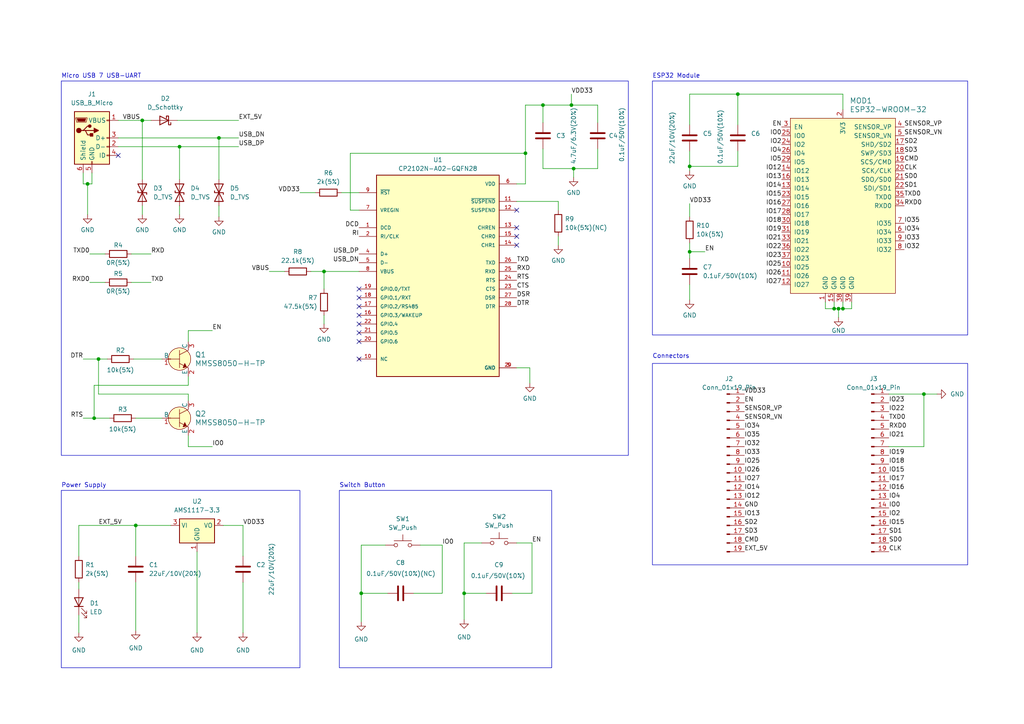
<source format=kicad_sch>
(kicad_sch (version 20230121) (generator eeschema)
  (paper "A4")
  (title_block (title "${project_name}") (date "2023-07-25") (rev "V1.0"))
  (lib_symbols
    (symbol "CP2102N-A02-GQFN28:CP2102N-A02-GQFN28" (pin_names (offset 1.016))
      (property "Reference" "U" (at -17.78 33.02 0))
      (property "Value" "CP2102N-A02-GQFN28" (at -17.78 -33.02 0))
      (symbol "CP2102N-A02-GQFN28_0_0"
        (rectangle (start -17.78 -27.94) (end 17.78 30.48) (stroke (width 0.254)) (fill (type background)))
        (pin input line (at -22.86 15.24 0) (length 5.08) (name "DCD") (number "1"))
        (pin no_connect line (at -22.86 -22.86 0) (length 5.08) (name "NC") (number "10"))
        (pin output line (at 22.86 22.86 180) (length 5.08) (name "~{SUSPEND}") (number "11"))
        (pin output line (at 22.86 20.32 180) (length 5.08) (name "SUSPEND") (number "12"))
        (pin output line (at 22.86 15.24 180) (length 5.08) (name "CHREN") (number "13"))
        (pin output line (at 22.86 10.16 180) (length 5.08) (name "CHR1") (number "14"))
        (pin output line (at 22.86 12.7 180) (length 5.08) (name "CHR0") (number "15"))
        (pin bidirectional line (at -22.86 -10.16 0) (length 5.08) (name "GPIO.3/WAKEUP") (number "16"))
        (pin bidirectional line (at -22.86 -7.62 0) (length 5.08) (name "GPIO.2/RS485") (number "17"))
        (pin bidirectional line (at -22.86 -5.08 0) (length 5.08) (name "GPIO.1/RXT") (number "18"))
        (pin bidirectional line (at -22.86 -2.54 0) (length 5.08) (name "GPIO.0/TXT") (number "19"))
        (pin bidirectional line (at -22.86 12.7 0) (length 5.08) (name "RI/CLK") (number "2"))
        (pin bidirectional line (at -22.86 -17.78 0) (length 5.08) (name "GPIO.6") (number "20"))
        (pin bidirectional line (at -22.86 -15.24 0) (length 5.08) (name "GPIO.5") (number "21"))
        (pin bidirectional line (at -22.86 -12.7 0) (length 5.08) (name "GPIO.4") (number "22"))
        (pin input line (at 22.86 -2.54 180) (length 5.08) (name "CTS") (number "23"))
        (pin output line (at 22.86 0 180) (length 5.08) (name "RTS") (number "24"))
        (pin input line (at 22.86 2.54 180) (length 5.08) (name "RXD") (number "25"))
        (pin output line (at 22.86 5.08 180) (length 5.08) (name "TXD") (number "26"))
        (pin input line (at 22.86 -5.08 180) (length 5.08) (name "DSR") (number "27"))
        (pin output line (at 22.86 -7.62 180) (length 5.08) (name "DTR") (number "28"))
        (pin power_in line (at 22.86 -25.4 180) (length 5.08) (name "GND") (number "29"))
        (pin power_in line (at 22.86 -25.4 180) (length 5.08) (name "GND") (number "3"))
        (pin bidirectional line (at -22.86 7.62 0) (length 5.08) (name "D+") (number "4"))
        (pin bidirectional line (at -22.86 5.08 0) (length 5.08) (name "D-") (number "5"))
        (pin power_in line (at 22.86 27.94 180) (length 5.08) (name "VDD") (number "6"))
        (pin input line (at -22.86 20.32 0) (length 5.08) (name "VREGIN") (number "7"))
        (pin input line (at -22.86 2.54 0) (length 5.08) (name "VBUS") (number "8"))
        (pin input line (at -22.86 25.4 0) (length 5.08) (name "~{RST}") (number "9"))
      )
    )
    (symbol "Connector:Conn_01x19_Pin" (pin_names (offset 1.016) hide)
      (property "Reference" "J" (at 0 25.4 0))
      (property "Value" "Conn_01x19_Pin" (at 0 -25.4 0))
      (symbol "Conn_01x19_Pin_1_1"
        (polyline (pts (xy 1.27 -22.86) (xy 0.8636 -22.86)) (stroke (width 0.1524)))
        (polyline (pts (xy 1.27 -20.32) (xy 0.8636 -20.32)) (stroke (width 0.1524)))
        (polyline (pts (xy 1.27 -17.78) (xy 0.8636 -17.78)) (stroke (width 0.1524)))
        (polyline (pts (xy 1.27 -15.24) (xy 0.8636 -15.24)) (stroke (width 0.1524)))
        (polyline (pts (xy 1.27 -12.7) (xy 0.8636 -12.7)) (stroke (width 0.1524)))
        (polyline (pts (xy 1.27 -10.16) (xy 0.8636 -10.16)) (stroke (width 0.1524)))
        (polyline (pts (xy 1.27 -7.62) (xy 0.8636 -7.62)) (stroke (width 0.1524)))
        (polyline (pts (xy 1.27 -5.08) (xy 0.8636 -5.08)) (stroke (width 0.1524)))
        (polyline (pts (xy 1.27 -2.54) (xy 0.8636 -2.54)) (stroke (width 0.1524)))
        (polyline (pts (xy 1.27 0) (xy 0.8636 0)) (stroke (width 0.1524)))
        (polyline (pts (xy 1.27 2.54) (xy 0.8636 2.54)) (stroke (width 0.1524)))
        (polyline (pts (xy 1.27 5.08) (xy 0.8636 5.08)) (stroke (width 0.1524)))
        (polyline (pts (xy 1.27 7.62) (xy 0.8636 7.62)) (stroke (width 0.1524)))
        (polyline (pts (xy 1.27 10.16) (xy 0.8636 10.16)) (stroke (width 0.1524)))
        (polyline (pts (xy 1.27 12.7) (xy 0.8636 12.7)) (stroke (width 0.1524)))
        (polyline (pts (xy 1.27 15.24) (xy 0.8636 15.24)) (stroke (width 0.1524)))
        (polyline (pts (xy 1.27 17.78) (xy 0.8636 17.78)) (stroke (width 0.1524)))
        (polyline (pts (xy 1.27 20.32) (xy 0.8636 20.32)) (stroke (width 0.1524)))
        (polyline (pts (xy 1.27 22.86) (xy 0.8636 22.86)) (stroke (width 0.1524)))
        (rectangle (start 0.8636 -22.733) (end 0 -22.987) (stroke (width 0.1524)) (fill (type outline)))
        (rectangle (start 0.8636 -20.193) (end 0 -20.447) (stroke (width 0.1524)) (fill (type outline)))
        (rectangle (start 0.8636 -17.653) (end 0 -17.907) (stroke (width 0.1524)) (fill (type outline)))
        (rectangle (start 0.8636 -15.113) (end 0 -15.367) (stroke (width 0.1524)) (fill (type outline)))
        (rectangle (start 0.8636 -12.573) (end 0 -12.827) (stroke (width 0.1524)) (fill (type outline)))
        (rectangle (start 0.8636 -10.033) (end 0 -10.287) (stroke (width 0.1524)) (fill (type outline)))
        (rectangle (start 0.8636 -7.493) (end 0 -7.747) (stroke (width 0.1524)) (fill (type outline)))
        (rectangle (start 0.8636 -4.953) (end 0 -5.207) (stroke (width 0.1524)) (fill (type outline)))
        (rectangle (start 0.8636 -2.413) (end 0 -2.667) (stroke (width 0.1524)) (fill (type outline)))
        (rectangle (start 0.8636 0.127) (end 0 -0.127) (stroke (width 0.1524)) (fill (type outline)))
        (rectangle (start 0.8636 2.667) (end 0 2.413) (stroke (width 0.1524)) (fill (type outline)))
        (rectangle (start 0.8636 5.207) (end 0 4.953) (stroke (width 0.1524)) (fill (type outline)))
        (rectangle (start 0.8636 7.747) (end 0 7.493) (stroke (width 0.1524)) (fill (type outline)))
        (rectangle (start 0.8636 10.287) (end 0 10.033) (stroke (width 0.1524)) (fill (type outline)))
        (rectangle (start 0.8636 12.827) (end 0 12.573) (stroke (width 0.1524)) (fill (type outline)))
        (rectangle (start 0.8636 15.367) (end 0 15.113) (stroke (width 0.1524)) (fill (type outline)))
        (rectangle (start 0.8636 17.907) (end 0 17.653) (stroke (width 0.1524)) (fill (type outline)))
        (rectangle (start 0.8636 20.447) (end 0 20.193) (stroke (width 0.1524)) (fill (type outline)))
        (rectangle (start 0.8636 22.987) (end 0 22.733) (stroke (width 0.1524)) (fill (type outline)))
        (pin passive line (at 5.08 22.86 180) (length 3.81) (name "Pin_1") (number "1"))
        (pin passive line (at 5.08 0 180) (length 3.81) (name "Pin_10") (number "10"))
        (pin passive line (at 5.08 -2.54 180) (length 3.81) (name "Pin_11") (number "11"))
        (pin passive line (at 5.08 -5.08 180) (length 3.81) (name "Pin_12") (number "12"))
        (pin passive line (at 5.08 -7.62 180) (length 3.81) (name "Pin_13") (number "13"))
        (pin passive line (at 5.08 -10.16 180) (length 3.81) (name "Pin_14") (number "14"))
        (pin passive line (at 5.08 -12.7 180) (length 3.81) (name "Pin_15") (number "15"))
        (pin passive line (at 5.08 -15.24 180) (length 3.81) (name "Pin_16") (number "16"))
        (pin passive line (at 5.08 -17.78 180) (length 3.81) (name "Pin_17") (number "17"))
        (pin passive line (at 5.08 -20.32 180) (length 3.81) (name "Pin_18") (number "18"))
        (pin passive line (at 5.08 -22.86 180) (length 3.81) (name "Pin_19") (number "19"))
        (pin passive line (at 5.08 20.32 180) (length 3.81) (name "Pin_2") (number "2"))
        (pin passive line (at 5.08 17.78 180) (length 3.81) (name "Pin_3") (number "3"))
        (pin passive line (at 5.08 15.24 180) (length 3.81) (name "Pin_4") (number "4"))
        (pin passive line (at 5.08 12.7 180) (length 3.81) (name "Pin_5") (number "5"))
        (pin passive line (at 5.08 10.16 180) (length 3.81) (name "Pin_6") (number "6"))
        (pin passive line (at 5.08 7.62 180) (length 3.81) (name "Pin_7") (number "7"))
        (pin passive line (at 5.08 5.08 180) (length 3.81) (name "Pin_8") (number "8"))
        (pin passive line (at 5.08 2.54 180) (length 3.81) (name "Pin_9") (number "9"))
      )
    )
    (symbol "Connector:USB_B_Micro" (pin_names (offset 1.016))
      (property "Reference" "J" (at -5.08 11.43 0))
      (property "Value" "USB_B_Micro" (at -5.08 8.89 0))
      (symbol "USB_B_Micro_0_1"
        (rectangle (start -5.08 -7.62) (end 5.08 7.62) (stroke (width 0.254)) (fill (type background)))
        (circle (center -3.81 2.159) (radius 0.635) (stroke (width 0.254)) (fill (type outline)))
        (circle (center -0.635 3.429) (radius 0.381) (stroke (width 0.254)) (fill (type outline)))
        (rectangle (start -0.127 -7.62) (end 0.127 -6.858))
        (polyline (pts (xy -1.905 2.159) (xy 0.635 2.159)) (stroke (width 0.254)))
        (polyline (pts (xy -3.175 2.159) (xy -2.54 2.159) (xy -1.27 3.429) (xy -0.635 3.429)) (stroke (width 0.254)))
        (polyline (pts (xy -2.54 2.159) (xy -1.905 2.159) (xy -1.27 0.889) (xy 0 0.889)) (stroke (width 0.254)))
        (polyline (pts (xy 0.635 2.794) (xy 0.635 1.524) (xy 1.905 2.159) (xy 0.635 2.794)) (stroke (width 0.254)) (fill (type outline)))
        (polyline (pts (xy -4.318 5.588) (xy -1.778 5.588) (xy -2.032 4.826) (xy -4.064 4.826) (xy -4.318 5.588)) (fill (type outline)))
        (polyline (pts (xy -4.699 5.842) (xy -4.699 5.588) (xy -4.445 4.826) (xy -4.445 4.572) (xy -1.651 4.572) (xy -1.651 4.826) (xy -1.397 5.588) (xy -1.397 5.842) (xy -4.699 5.842)))
        (rectangle (start 0.254 1.27) (end -0.508 0.508) (stroke (width 0.254)) (fill (type outline)))
        (rectangle (start 5.08 -5.207) (end 4.318 -4.953))
        (rectangle (start 5.08 -2.667) (end 4.318 -2.413))
        (rectangle (start 5.08 -0.127) (end 4.318 0.127))
        (rectangle (start 5.08 4.953) (end 4.318 5.207))
      )
      (symbol "USB_B_Micro_1_1"
        (pin power_out line (at 7.62 5.08 180) (length 2.54) (name "VBUS") (number "1"))
        (pin bidirectional line (at 7.62 -2.54 180) (length 2.54) (name "D-") (number "2"))
        (pin bidirectional line (at 7.62 0 180) (length 2.54) (name "D+") (number "3"))
        (pin passive line (at 7.62 -5.08 180) (length 2.54) (name "ID") (number "4"))
        (pin power_out line (at 0 -10.16 90) (length 2.54) (name "GND") (number "5"))
        (pin passive line (at -2.54 -10.16 90) (length 2.54) (name "Shield") (number "6"))
      )
    )
    (symbol "Device:C" (pin_numbers hide) (pin_names (offset 0.254))
      (property "Reference" "C" (at 0.635 2.54 0))
      (property "Value" "C" (at 0.635 -2.54 0))
      (symbol "C_0_1"
        (polyline (pts (xy -2.032 -0.762) (xy 2.032 -0.762)) (stroke (width 0.508)))
        (polyline (pts (xy -2.032 0.762) (xy 2.032 0.762)) (stroke (width 0.508)))
      )
      (symbol "C_1_1"
        (pin passive line (at 0 3.81 270) (length 2.794) (name "~") (number "1"))
        (pin passive line (at 0 -3.81 90) (length 2.794) (name "~") (number "2"))
      )
    )
    (symbol "Device:D_Schottky" (pin_numbers hide) (pin_names (offset 1.016) hide)
      (property "Reference" "D" (at 0 2.54 0))
      (property "Value" "D_Schottky" (at 0 -2.54 0))
      (symbol "D_Schottky_0_1"
        (polyline (pts (xy 1.27 0) (xy -1.27 0)))
        (polyline (pts (xy 1.27 1.27) (xy 1.27 -1.27) (xy -1.27 0) (xy 1.27 1.27)) (stroke (width 0.254)))
        (polyline (pts (xy -1.905 0.635) (xy -1.905 1.27) (xy -1.27 1.27) (xy -1.27 -1.27) (xy -0.635 -1.27) (xy -0.635 -0.635)) (stroke (width 0.254)))
      )
      (symbol "D_Schottky_1_1"
        (pin passive line (at -3.81 0 0) (length 2.54) (name "K") (number "1"))
        (pin passive line (at 3.81 0 180) (length 2.54) (name "A") (number "2"))
      )
    )
    (symbol "Device:D_TVS" (pin_numbers hide) (pin_names (offset 1.016) hide)
      (property "Reference" "D" (at 0 2.54 0))
      (property "Value" "D_TVS" (at 0 -2.54 0))
      (symbol "D_TVS_0_1"
        (polyline (pts (xy 1.27 0) (xy -1.27 0)))
        (polyline (pts (xy 0.508 1.27) (xy 0 1.27) (xy 0 -1.27) (xy -0.508 -1.27)) (stroke (width 0.254)))
        (polyline (pts (xy -2.54 1.27) (xy -2.54 -1.27) (xy 2.54 1.27) (xy 2.54 -1.27) (xy -2.54 1.27)) (stroke (width 0.254)))
      )
      (symbol "D_TVS_1_1"
        (pin passive line (at -3.81 0 0) (length 2.54) (name "A1") (number "1"))
        (pin passive line (at 3.81 0 180) (length 2.54) (name "A2") (number "2"))
      )
    )
    (symbol "Device:LED" (pin_numbers hide) (pin_names (offset 1.016) hide)
      (property "Reference" "D" (at 0 2.54 0))
      (property "Value" "LED" (at 0 -2.54 0))
      (symbol "LED_0_1"
        (polyline (pts (xy -1.27 -1.27) (xy -1.27 1.27)) (stroke (width 0.254)))
        (polyline (pts (xy -1.27 0) (xy 1.27 0)))
        (polyline (pts (xy 1.27 -1.27) (xy 1.27 1.27) (xy -1.27 0) (xy 1.27 -1.27)) (stroke (width 0.254)))
        (polyline (pts (xy -3.048 -0.762) (xy -4.572 -2.286) (xy -3.81 -2.286) (xy -4.572 -2.286) (xy -4.572 -1.524)))
        (polyline (pts (xy -1.778 -0.762) (xy -3.302 -2.286) (xy -2.54 -2.286) (xy -3.302 -2.286) (xy -3.302 -1.524)))
      )
      (symbol "LED_1_1"
        (pin passive line (at -3.81 0 0) (length 2.54) (name "K") (number "1"))
        (pin passive line (at 3.81 0 180) (length 2.54) (name "A") (number "2"))
      )
    )
    (symbol "Device:R" (pin_numbers hide) (pin_names (offset 0))
      (property "Reference" "R" (at 2.032 0 90))
      (property "Value" "R" (at 0 0 90))
      (symbol "R_0_1"
        (rectangle (start -1.016 -2.54) (end 1.016 2.54) (stroke (width 0.254)))
      )
      (symbol "R_1_1"
        (pin passive line (at 0 3.81 270) (length 1.27) (name "~") (number "1"))
        (pin passive line (at 0 -3.81 90) (length 1.27) (name "~") (number "2"))
      )
    )
    (symbol "Regulator_Linear:AMS1117-3.3"
      (property "Reference" "U" (at -3.81 3.175 0))
      (property "Value" "AMS1117-3.3" (at 0 3.175 0))
      (symbol "AMS1117-3.3_0_1"
        (rectangle (start -5.08 -5.08) (end 5.08 1.905) (stroke (width 0.254)) (fill (type background)))
      )
      (symbol "AMS1117-3.3_1_1"
        (pin power_in line (at 0 -7.62 90) (length 2.54) (name "GND") (number "1"))
        (pin power_out line (at 7.62 0 180) (length 2.54) (name "VO") (number "2"))
        (pin power_in line (at -7.62 0 0) (length 2.54) (name "VI") (number "3"))
      )
    )
    (symbol "Switch:SW_Push" (pin_numbers hide) (pin_names (offset 1.016) hide)
      (property "Reference" "SW" (at 1.27 2.54 0))
      (property "Value" "SW_Push" (at 0 -1.524 0))
      (symbol "SW_Push_0_1"
        (circle (center -2.032 0) (radius 0.508))
        (polyline (pts (xy 0 1.27) (xy 0 3.048)))
        (polyline (pts (xy 2.54 1.27) (xy -2.54 1.27)))
        (circle (center 2.032 0) (radius 0.508))
        (pin passive line (at -5.08 0 0) (length 2.54) (name "1") (number "1"))
        (pin passive line (at 5.08 0 180) (length 2.54) (name "2") (number "2"))
      )
    )
    (symbol "dk_RF-Transceiver-Modules:ESP32-WROOM-32" (pin_names (offset 1.016))
      (property "Reference" "MOD" (at -10.16 1.27 0))
      (property "Value" "ESP32-WROOM-32" (at 5.08 -25.4 90))
      (symbol "ESP32-WROOM-32_0_1"
        (rectangle (start -10.16 0) (end 20.32 -50.8) (fill (type background)))
      )
      (symbol "ESP32-WROOM-32_1_1"
        (pin power_in line (at 0 -53.34 90) (length 2.54) (name "GND") (number "1"))
        (pin bidirectional line (at -12.7 -43.18 0) (length 2.54) (name "IO25") (number "10"))
        (pin bidirectional line (at -12.7 -45.72 0) (length 2.54) (name "IO26") (number "11"))
        (pin bidirectional line (at -12.7 -48.26 0) (length 2.54) (name "IO27") (number "12"))
        (pin bidirectional line (at -12.7 -20.32 0) (length 2.54) (name "IO14") (number "13"))
        (pin bidirectional line (at -12.7 -15.24 0) (length 2.54) (name "IO12") (number "14"))
        (pin power_in line (at 2.54 -53.34 90) (length 2.54) (name "GND") (number "15"))
        (pin bidirectional line (at -12.7 -17.78 0) (length 2.54) (name "IO13") (number "16"))
        (pin bidirectional line (at 22.86 -7.62 180) (length 2.54) (name "SHD/SD2") (number "17"))
        (pin bidirectional line (at 22.86 -10.16 180) (length 2.54) (name "SWP/SD3") (number "18"))
        (pin bidirectional line (at 22.86 -12.7 180) (length 2.54) (name "SCS/CMD") (number "19"))
        (pin power_in line (at 5.08 2.54 270) (length 2.54) (name "3V3") (number "2"))
        (pin bidirectional line (at 22.86 -15.24 180) (length 2.54) (name "SCK/CLK") (number "20"))
        (pin bidirectional line (at 22.86 -17.78 180) (length 2.54) (name "SDO/SD0") (number "21"))
        (pin bidirectional line (at 22.86 -20.32 180) (length 2.54) (name "SDI/SD1") (number "22"))
        (pin bidirectional line (at -12.7 -22.86 0) (length 2.54) (name "IO15") (number "23"))
        (pin bidirectional line (at -12.7 -7.62 0) (length 2.54) (name "IO2") (number "24"))
        (pin bidirectional line (at -12.7 -5.08 0) (length 2.54) (name "IO0") (number "25"))
        (pin bidirectional line (at -12.7 -10.16 0) (length 2.54) (name "IO4") (number "26"))
        (pin bidirectional line (at -12.7 -25.4 0) (length 2.54) (name "IO16") (number "27"))
        (pin bidirectional line (at -12.7 -27.94 0) (length 2.54) (name "IO17") (number "28"))
        (pin bidirectional line (at -12.7 -12.7 0) (length 2.54) (name "IO5") (number "29"))
        (pin input line (at -12.7 -2.54 0) (length 2.54) (name "EN") (number "3"))
        (pin bidirectional line (at -12.7 -30.48 0) (length 2.54) (name "IO18") (number "30"))
        (pin bidirectional line (at -12.7 -33.02 0) (length 2.54) (name "IO19") (number "31"))
        (pin no_connect line (at 20.32 -43.18 180) (length 2.54) hide (name "NC") (number "32"))
        (pin bidirectional line (at -12.7 -35.56 0) (length 2.54) (name "IO21") (number "33"))
        (pin bidirectional line (at 22.86 -25.4 180) (length 2.54) (name "RXD0") (number "34"))
        (pin bidirectional line (at 22.86 -22.86 180) (length 2.54) (name "TXD0") (number "35"))
        (pin bidirectional line (at -12.7 -38.1 0) (length 2.54) (name "IO22") (number "36"))
        (pin bidirectional line (at -12.7 -40.64 0) (length 2.54) (name "IO23") (number "37"))
        (pin power_in line (at 5.08 -53.34 90) (length 2.54) (name "GND") (number "38"))
        (pin power_in line (at 7.62 -53.34 90) (length 2.54) (name "GND") (number "39"))
        (pin input line (at 22.86 -2.54 180) (length 2.54) (name "SENSOR_VP") (number "4"))
        (pin input line (at 22.86 -5.08 180) (length 2.54) (name "SENSOR_VN") (number "5"))
        (pin bidirectional line (at 22.86 -33.02 180) (length 2.54) (name "IO34") (number "6"))
        (pin bidirectional line (at 22.86 -30.48 180) (length 2.54) (name "IO35") (number "7"))
        (pin bidirectional line (at 22.86 -38.1 180) (length 2.54) (name "IO32") (number "8"))
        (pin bidirectional line (at 22.86 -35.56 180) (length 2.54) (name "IO33") (number "9"))
      )
    )
    (symbol "dk_Transistors-Bipolar-BJT-Single:MMSS8050-H-TP" (pin_names (offset 0))
      (property "Reference" "Q" (at -3.2004 4.2164 0))
      (property "Value" "MMSS8050-H-TP" (at 5.2324 0 90))
      (symbol "MMSS8050-H-TP_0_1"
        (polyline (pts (xy -3.81 0) (xy -2.54 0)))
        (polyline (pts (xy -3.556 0) (xy 0 0)))
        (polyline (pts (xy 0 -1.27) (xy 2.54 -2.54)))
        (polyline (pts (xy 0 1.27) (xy 2.54 2.54)))
        (polyline (pts (xy 0 2.54) (xy 0 -2.54)))
        (polyline (pts (xy 1.524 -1.27) (xy 2.032 -2.286) (xy 1.016 -2.54) (xy 1.524 -1.27)) (fill (type outline)))
        (circle (center 0 0) (radius 3.2512) (fill (type background)))
      )
      (symbol "MMSS8050-H-TP_1_1"
        (pin input line (at -5.08 0 0) (length 2.54) (name "B") (number "1"))
        (pin passive line (at 2.54 -5.08 90) (length 2.54) (name "E") (number "2"))
        (pin passive line (at 2.54 5.08 270) (length 2.54) (name "C") (number "3"))
      )
    )
    (symbol "power:GND" (power) (pin_names (offset 0))
      (property "Value" "GND" (at 0 -3.81 0))
      (symbol "GND_0_1"
        (polyline (pts (xy 0 0) (xy 0 -1.27) (xy 1.27 -1.27) (xy 0 -2.54) (xy -1.27 -1.27) (xy 0 -1.27)))
      )
      (symbol "GND_1_1"
        (pin power_in line (at 0 0 270) (length 0) hide (name "GND") (number "1"))
      )
    )
  )
  (junction (at 52.07 42.545))
  (junction (at 63.5 40.005))
  (junction (at 25.4 53.34))
  (junction (at 134.62 172.085))
  (junction (at 213.995 27.305))
  (junction (at 157.48 30.48))
  (junction (at 200.025 73.025))
  (junction (at 152.4 44.45))
  (junction (at 166.37 48.895))
  (junction (at 243.205 89.535))
  (junction (at 241.935 89.535))
  (junction (at 41.275 34.925))
  (junction (at 200.025 48.26))
  (junction (at 104.775 172.085))
  (junction (at 93.98 78.74))
  (junction (at 39.37 152.4))
  (junction (at 267.97 114.3))
  (junction (at 165.735 30.48))
  (junction (at 244.475 89.535))
  (junction (at 28.575 104.14))
  (junction (at 27.305 121.285))
  (no_connect (at 104.14 99.06))
  (no_connect (at 149.86 68.58))
  (no_connect (at 104.14 86.36))
  (no_connect (at 149.86 71.12))
  (no_connect (at 149.86 66.04))
  (no_connect (at 104.14 91.44))
  (no_connect (at 104.14 96.52))
  (no_connect (at 149.86 60.96))
  (no_connect (at 104.14 83.82))
  (no_connect (at 34.29 45.085))
  (no_connect (at 104.14 93.98))
  (no_connect (at 104.14 88.9))
  (no_connect (at 104.14 104.14))
  (wire (pts (xy 101.6 60.96) (xy 101.6 44.45)))
  (wire (pts (xy 213.995 27.305) (xy 213.995 36.195)))
  (wire (pts (xy 54.61 126.365) (xy 54.61 129.54)))
  (wire (pts (xy 121.92 158.115) (xy 128.27 158.115)))
  (wire (pts (xy 54.61 109.22) (xy 54.61 111.76)))
  (wire (pts (xy 39.37 121.285) (xy 46.99 121.285)))
  (wire (pts (xy 93.98 78.74) (xy 104.14 78.74)))
  (wire (pts (xy 152.4 44.45) (xy 152.4 53.34)))
  (wire (pts (xy 57.15 160.02) (xy 57.15 183.515)))
  (wire (pts (xy 39.37 168.91) (xy 39.37 182.88)))
  (wire (pts (xy 267.97 129.54) (xy 267.97 114.3)))
  (wire (pts (xy 149.86 157.48) (xy 154.305 157.48)))
  (wire (pts (xy 27.305 111.76) (xy 27.305 121.285)))
  (wire (pts (xy 134.62 172.085) (xy 134.62 179.705)))
  (wire (pts (xy 241.935 87.63) (xy 241.935 89.535)))
  (wire (pts (xy 24.13 121.285) (xy 27.305 121.285)))
  (wire (pts (xy 34.29 40.005) (xy 63.5 40.005)))
  (wire (pts (xy 93.98 78.74) (xy 93.98 83.82)))
  (wire (pts (xy 243.205 89.535) (xy 243.205 92.075)))
  (wire (pts (xy 28.575 104.14) (xy 31.115 104.14)))
  (wire (pts (xy 90.17 78.74) (xy 93.98 78.74)))
  (wire (pts (xy 157.48 35.56) (xy 157.48 30.48)))
  (wire (pts (xy 38.1 81.915) (xy 43.815 81.915)))
  (wire (pts (xy 241.935 89.535) (xy 243.205 89.535)))
  (wire (pts (xy 54.61 129.54) (xy 61.595 129.54)))
  (wire (pts (xy 34.29 42.545) (xy 52.07 42.545)))
  (wire (pts (xy 165.735 30.48) (xy 173.355 30.48)))
  (wire (pts (xy 200.025 73.025) (xy 200.025 74.93)))
  (wire (pts (xy 200.025 59.055) (xy 200.025 62.865)))
  (wire (pts (xy 22.86 168.91) (xy 22.86 170.815)))
  (wire (pts (xy 154.305 157.48) (xy 154.305 172.085)))
  (wire (pts (xy 24.13 104.14) (xy 28.575 104.14)))
  (wire (pts (xy 200.025 48.26) (xy 200.025 49.53)))
  (wire (pts (xy 104.775 158.115) (xy 104.775 172.085)))
  (wire (pts (xy 213.995 43.815) (xy 213.995 48.26)))
  (wire (pts (xy 63.5 59.69) (xy 63.5 62.865)))
  (wire (pts (xy 166.37 48.895) (xy 157.48 48.895)))
  (wire (pts (xy 244.475 27.305) (xy 213.995 27.305)))
  (wire (pts (xy 63.5 40.005) (xy 63.5 52.07)))
  (wire (pts (xy 166.37 48.895) (xy 166.37 51.435)))
  (wire (pts (xy 41.275 34.925) (xy 41.275 52.07)))
  (wire (pts (xy 153.67 106.68) (xy 153.67 111.125)))
  (wire (pts (xy 239.395 87.63) (xy 239.395 89.535)))
  (wire (pts (xy 22.86 178.435) (xy 22.86 183.515)))
  (wire (pts (xy 63.5 40.005) (xy 69.215 40.005)))
  (wire (pts (xy 152.4 44.45) (xy 152.4 30.48)))
  (wire (pts (xy 26.035 73.66) (xy 30.48 73.66)))
  (wire (pts (xy 38.735 104.14) (xy 46.99 104.14)))
  (wire (pts (xy 104.775 172.085) (xy 112.395 172.085)))
  (wire (pts (xy 267.97 114.3) (xy 271.78 114.3)))
  (wire (pts (xy 78.105 78.74) (xy 82.55 78.74)))
  (wire (pts (xy 51.435 34.925) (xy 69.215 34.925)))
  (wire (pts (xy 54.61 95.885) (xy 61.595 95.885)))
  (wire (pts (xy 154.305 172.085) (xy 148.59 172.085)))
  (wire (pts (xy 26.67 53.34) (xy 26.67 50.165)))
  (wire (pts (xy 243.205 89.535) (xy 244.475 89.535)))
  (wire (pts (xy 257.81 114.3) (xy 267.97 114.3)))
  (wire (pts (xy 54.61 116.205) (xy 54.61 114.3)))
  (wire (pts (xy 28.575 114.3) (xy 28.575 104.14)))
  (wire (pts (xy 200.025 82.55) (xy 200.025 86.995)))
  (wire (pts (xy 54.61 114.3) (xy 28.575 114.3)))
  (wire (pts (xy 34.29 34.925) (xy 41.275 34.925)))
  (wire (pts (xy 64.77 152.4) (xy 70.485 152.4)))
  (wire (pts (xy 70.485 168.91) (xy 70.485 183.515)))
  (wire (pts (xy 244.475 87.63) (xy 244.475 89.535)))
  (wire (pts (xy 54.61 111.76) (xy 27.305 111.76)))
  (wire (pts (xy 152.4 30.48) (xy 157.48 30.48)))
  (wire (pts (xy 93.98 91.44) (xy 93.98 93.98)))
  (wire (pts (xy 99.06 55.88) (xy 104.14 55.88)))
  (wire (pts (xy 161.925 58.42) (xy 161.925 60.96)))
  (wire (pts (xy 213.995 48.26) (xy 200.025 48.26)))
  (wire (pts (xy 139.7 157.48) (xy 134.62 157.48)))
  (wire (pts (xy 128.27 158.115) (xy 128.27 172.085)))
  (wire (pts (xy 39.37 152.4) (xy 39.37 161.29)))
  (wire (pts (xy 134.62 172.085) (xy 140.97 172.085)))
  (wire (pts (xy 173.355 48.895) (xy 166.37 48.895)))
  (wire (pts (xy 200.025 73.025) (xy 204.47 73.025)))
  (wire (pts (xy 52.07 59.69) (xy 52.07 62.23)))
  (wire (pts (xy 54.61 99.06) (xy 54.61 95.885)))
  (wire (pts (xy 173.355 43.18) (xy 173.355 48.895)))
  (wire (pts (xy 200.025 27.305) (xy 200.025 36.195)))
  (wire (pts (xy 26.035 81.915) (xy 30.48 81.915)))
  (wire (pts (xy 120.015 172.085) (xy 128.27 172.085)))
  (wire (pts (xy 22.86 152.4) (xy 22.86 161.29)))
  (wire (pts (xy 24.13 53.34) (xy 25.4 53.34)))
  (wire (pts (xy 38.1 73.66) (xy 43.815 73.66)))
  (wire (pts (xy 52.07 42.545) (xy 52.07 52.07)))
  (wire (pts (xy 165.735 27.305) (xy 165.735 30.48)))
  (wire (pts (xy 86.995 55.88) (xy 91.44 55.88)))
  (wire (pts (xy 200.025 43.815) (xy 200.025 48.26)))
  (wire (pts (xy 49.53 152.4) (xy 39.37 152.4)))
  (wire (pts (xy 149.86 58.42) (xy 161.925 58.42)))
  (wire (pts (xy 173.355 30.48) (xy 173.355 35.56)))
  (wire (pts (xy 200.025 70.485) (xy 200.025 73.025)))
  (wire (pts (xy 247.015 89.535) (xy 247.015 87.63)))
  (wire (pts (xy 111.76 158.115) (xy 104.775 158.115)))
  (wire (pts (xy 244.475 89.535) (xy 247.015 89.535)))
  (wire (pts (xy 104.14 60.96) (xy 101.6 60.96)))
  (wire (pts (xy 24.13 50.165) (xy 24.13 53.34)))
  (wire (pts (xy 257.81 129.54) (xy 267.97 129.54)))
  (wire (pts (xy 239.395 89.535) (xy 241.935 89.535)))
  (wire (pts (xy 101.6 44.45) (xy 152.4 44.45)))
  (wire (pts (xy 41.275 59.69) (xy 41.275 62.23)))
  (wire (pts (xy 213.995 27.305) (xy 200.025 27.305)))
  (wire (pts (xy 25.4 53.34) (xy 26.67 53.34)))
  (wire (pts (xy 244.475 31.75) (xy 244.475 27.305)))
  (wire (pts (xy 104.775 172.085) (xy 104.775 180.34)))
  (wire (pts (xy 157.48 48.895) (xy 157.48 43.18)))
  (wire (pts (xy 134.62 157.48) (xy 134.62 172.085)))
  (wire (pts (xy 39.37 152.4) (xy 22.86 152.4)))
  (wire (pts (xy 52.07 42.545) (xy 69.215 42.545)))
  (wire (pts (xy 25.4 53.34) (xy 25.4 62.23)))
  (wire (pts (xy 161.925 68.58) (xy 161.925 71.12)))
  (wire (pts (xy 149.86 106.68) (xy 153.67 106.68)))
  (wire (pts (xy 27.305 121.285) (xy 31.75 121.285)))
  (wire (pts (xy 149.86 53.34) (xy 152.4 53.34)))
  (wire (pts (xy 157.48 30.48) (xy 165.735 30.48)))
  (wire (pts (xy 41.275 34.925) (xy 43.815 34.925)))
  (wire (pts (xy 70.485 152.4) (xy 70.485 161.29)))
  (rectangle (start 17.78 23.495) (end 182.245 132.08))
  (rectangle (start 17.78 142.24) (end 86.995 193.675))
  (rectangle (start 98.425 142.24) (end 160.02 193.675))
  (rectangle (start 189.23 105.41) (end 280.67 163.83))
  (rectangle (start 189.23 23.495) (end 280.67 97.155))
  (text "Connectors" (at 189.23 104.14 0) (effects (font (size 1.27 1.27)) (justify left bottom)))
  (text "Micro USB 7 USB-UART" (at 17.78 22.86 0) (effects (font (size 1.27 1.27)) (justify left bottom)))
  (text "ESP32 Module" (at 189.23 22.86 0) (effects (font (size 1.27 1.27)) (justify left bottom)))
  (text "Switch Button" (at 98.425 141.605 0) (effects (font (size 1.27 1.27)) (justify left bottom)))
  (text "Power Supply" (at 17.78 141.605 0) (effects (font (size 1.27 1.27)) (justify left bottom)))
  (label "USB_DN" (at 69.215 40.005 0))
  (label "SD2" (at 215.9 152.4 0))
  (label "USB_DP" (at 69.215 42.545 0))
  (label "IO13" (at 226.695 52.07 180))
  (label "IO0" (at 257.81 147.32 0))
  (label "IO26" (at 226.695 80.01 180))
  (label "IO2" (at 257.81 149.86 0))
  (label "IO12" (at 226.695 49.53 180))
  (label "SD1" (at 262.255 54.61 0))
  (label "TXD" (at 43.815 81.915 0))
  (label "EN" (at 204.47 73.025 0))
  (label "SD0" (at 262.255 52.07 0))
  (label "IO5" (at 226.695 46.99 180))
  (label "IO2" (at 226.695 41.91 180))
  (label "RXD0" (at 262.255 59.69 0))
  (label "TXD" (at 149.86 76.2 0))
  (label "EN" (at 226.695 36.83 180))
  (label "IO18" (at 257.81 134.62 0))
  (label "IO32" (at 262.255 72.39 0))
  (label "IO21" (at 257.81 127 0))
  (label "IO15" (at 257.81 137.16 0))
  (label "IO23" (at 226.695 74.93 180))
  (label "IO16" (at 257.81 142.24 0))
  (label "IO14" (at 215.9 142.24 0))
  (label "SD3" (at 262.255 44.45 0))
  (label "EXT_5V" (at 69.215 34.925 0))
  (label "IO35" (at 215.9 127 0))
  (label "VBUS" (at 35.56 34.925 0))
  (label "GND" (at 215.9 147.32 0))
  (label "SENSOR_VN" (at 262.255 39.37 0))
  (label "CTS" (at 149.86 83.82 0))
  (label "VDD33" (at 215.9 114.3 0))
  (label "EN" (at 154.305 157.48 0))
  (label "DSR" (at 149.86 86.36 0))
  (label "RXD0" (at 257.81 124.46 0))
  (label "IO27" (at 215.9 139.7 0))
  (label "IO21" (at 226.695 69.85 180))
  (label "USB_DP" (at 104.14 73.66 180))
  (label "IO25" (at 215.9 134.62 0))
  (label "EN" (at 215.9 116.84 0))
  (label "IO23" (at 257.81 116.84 0))
  (label "IO27" (at 226.695 82.55 180))
  (label "DTR" (at 24.13 104.14 180))
  (label "IO22" (at 226.695 72.39 180))
  (label "VDD33" (at 200.025 59.055 0))
  (label "IO17" (at 257.81 139.7 0))
  (label "IO15" (at 226.695 57.15 180))
  (label "VDD33" (at 70.485 152.4 0))
  (label "IO32" (at 215.9 129.54 0))
  (label "IO25" (at 226.695 77.47 180))
  (label "SD0" (at 257.81 157.48 0))
  (label "IO4" (at 226.695 44.45 180))
  (label "VDD33" (at 86.995 55.88 180))
  (label "IO16" (at 226.695 59.69 180))
  (label "IO26" (at 215.9 137.16 0))
  (label "IO19" (at 257.81 132.08 0))
  (label "SENSOR_VN" (at 215.9 121.92 0))
  (label "TXD0" (at 257.81 121.92 0))
  (label "IO17" (at 226.695 62.23 180))
  (label "TXD0" (at 262.255 57.15 0))
  (label "IO15" (at 257.81 152.4 0))
  (label "VBUS" (at 78.105 78.74 180))
  (label "SENSOR_VP" (at 262.255 36.83 0))
  (label "IO33" (at 215.9 132.08 0))
  (label "USB_DN" (at 104.14 76.2 180))
  (label "EXT_5V" (at 215.9 160.02 0))
  (label "RXD" (at 149.86 78.74 0))
  (label "SD3" (at 215.9 154.94 0))
  (label "RXD0" (at 26.035 81.915 180))
  (label "RTS" (at 24.13 121.285 180))
  (label "EXT_5V" (at 28.575 152.4 0))
  (label "IO33" (at 262.255 69.85 0))
  (label "IO4" (at 257.81 144.78 0))
  (label "RI" (at 104.14 68.58 180))
  (label "CMD" (at 215.9 157.48 0))
  (label "IO34" (at 215.9 124.46 0))
  (label "IO34" (at 262.255 67.31 0))
  (label "IO12" (at 215.9 144.78 0))
  (label "SD2" (at 262.255 41.91 0))
  (label "DCD" (at 104.14 66.04 180))
  (label "CLK" (at 262.255 49.53 0))
  (label "IO0" (at 61.595 129.54 0))
  (label "CLK" (at 257.81 160.02 0))
  (label "DTR" (at 149.86 88.9 0))
  (label "EN" (at 61.595 95.885 0))
  (label "RTS" (at 149.86 81.28 0))
  (label "IO0" (at 226.695 39.37 180))
  (label "IO35" (at 262.255 64.77 0))
  (label "IO22" (at 257.81 119.38 0))
  (label "SD1" (at 257.81 154.94 0))
  (label "CMD" (at 262.255 46.99 0))
  (label "IO19" (at 226.695 67.31 180))
  (label "IO13" (at 215.9 149.86 0))
  (label "VDD33" (at 165.735 27.305 0))
  (label "RXD" (at 43.815 73.66 0))
  (label "TXD0" (at 26.035 73.66 180))
  (label "IO18" (at 226.695 64.77 180))
  (label "SENSOR_VP" (at 215.9 119.38 0))
  (label "IO0" (at 128.27 158.115 0))
  (label "IO14" (at 226.695 54.61 180))
  (symbol (lib_id "Device:C") (at 157.48 39.37 0) (unit 1)
    (property "Reference" "C3" (at 161.29 39.37 0) (effects (justify left)))
    (property "Value" "4.7uF/6.3V(20%)" (at 166.37 47.625 90) (effects (justify left)))
    (property "Footprint" "Capacitor_SMD:C_01005_0402Metric" (effects hide))
  )
  (symbol (lib_id "dk_Transistors-Bipolar-BJT-Single:MMSS8050-H-TP") (at 52.07 121.285 0) (unit 1)
    (property "Reference" "Q2" (at 56.515 120.015 0) (effects (font (size 1.524 1.524)) (justify left)))
    (property "Value" "MMSS8050-H-TP" (at 56.515 122.555 0) (effects (font (size 1.524 1.524)) (justify left)))
    (property "Footprint" "digikey-footprints:SOT-23-3" (effects hide))
    (property "Datasheet" "https://www.mccsemi.com/pdf/Products/MMSS8050(SOT-23).pdf" (effects hide))
    (property "Digi-Key_PN" "MMSS8050-H-TPMSCT-ND" (effects hide))
    (property "MPN" "MMSS8050-H-TP" (effects hide))
    (property "Category" "Discrete Semiconductor Products" (effects hide))
    (property "Family" "Transistors - Bipolar (BJT) - Single" (effects hide))
    (property "DK_Datasheet_Link" "https://www.mccsemi.com/pdf/Products/MMSS8050(SOT-23).pdf" (effects hide))
    (property "DK_Detail_Page" "/product-detail/en/micro-commercial-co/MMSS8050-H-TP/MMSS8050-H-TPMSCT-ND/2825945" (effects hide))
    (property "Description" "TRANS NPN 25V 1.5A SOT23" (effects hide))
    (property "Manufacturer" "Micro Commercial Co" (effects hide))
    (property "Status" "Active" (effects hide))
  )
  (symbol (lib_id "Device:R") (at 22.86 165.1 0) (unit 1)
    (property "Reference" "R1" (at 24.765 163.83 0) (effects (justify left)))
    (property "Value" "2k(5%)" (at 24.765 166.37 0) (effects (justify left)))
    (property "Footprint" "Resistor_SMD:R_01005_0402Metric" (effects hide))
  )
  (symbol (lib_id "Device:R") (at 95.25 55.88 90) (unit 1)
    (property "Reference" "R6" (at 95.25 50.165 90))
    (property "Value" "2k(5%)" (at 95.25 52.705 90))
    (property "Footprint" "Resistor_SMD:R_01005_0402Metric" (effects hide))
  )
  (symbol (lib_id "Device:C") (at 39.37 165.1 0) (unit 1)
    (property "Reference" "C1" (at 43.18 163.83 0) (effects (justify left)))
    (property "Value" "22uF/10V(20%)" (at 43.18 166.37 0) (effects (justify left)))
    (property "Footprint" "Capacitor_SMD:C_0201_0603Metric" (effects hide))
  )
  (symbol (lib_id "dk_Transistors-Bipolar-BJT-Single:MMSS8050-H-TP") (at 52.07 104.14 0) (unit 1)
    (property "Reference" "Q1" (at 56.515 102.87 0) (effects (font (size 1.524 1.524)) (justify left)))
    (property "Value" "MMSS8050-H-TP" (at 56.515 105.41 0) (effects (font (size 1.524 1.524)) (justify left)))
    (property "Footprint" "digikey-footprints:SOT-23-3" (effects hide))
    (property "Datasheet" "https://www.mccsemi.com/pdf/Products/MMSS8050(SOT-23).pdf" (effects hide))
    (property "Digi-Key_PN" "MMSS8050-H-TPMSCT-ND" (effects hide))
    (property "MPN" "MMSS8050-H-TP" (effects hide))
    (property "Category" "Discrete Semiconductor Products" (effects hide))
    (property "Family" "Transistors - Bipolar (BJT) - Single" (effects hide))
    (property "DK_Datasheet_Link" "https://www.mccsemi.com/pdf/Products/MMSS8050(SOT-23).pdf" (effects hide))
    (property "DK_Detail_Page" "/product-detail/en/micro-commercial-co/MMSS8050-H-TP/MMSS8050-H-TPMSCT-ND/2825945" (effects hide))
    (property "Description" "TRANS NPN 25V 1.5A SOT23" (effects hide))
    (property "Manufacturer" "Micro Commercial Co" (effects hide))
    (property "Status" "Active" (effects hide))
  )
  (symbol (lib_id "power:GND") (at 271.78 114.3 90) (unit 1)
    (property "Reference" "#PWR07" (effects hide))
    (property "Value" "GND" (at 275.59 114.3 90) (effects (justify right)))
  )
  (symbol (lib_id "power:GND") (at 41.275 62.23 0) (unit 1)
    (property "Reference" "#PWR011" (effects hide))
    (property "Value" "GND" (at 41.275 66.675 0))
  )
  (symbol (lib_id "power:GND") (at 22.86 183.515 0) (unit 1)
    (property "Reference" "#PWR02" (effects hide))
    (property "Value" "GND" (at 22.86 188.595 0))
  )
  (symbol (lib_id "Device:C") (at 144.78 172.085 90) (unit 1)
    (property "Reference" "C9" (at 146.05 163.83 90) (effects (justify left)))
    (property "Value" "0.1uF/50V(10%)" (at 152.4 167.005 90) (effects (justify left)))
    (property "Footprint" "Capacitor_SMD:C_01005_0402Metric" (effects hide))
  )
  (symbol (lib_id "Device:D_TVS") (at 63.5 55.88 90) (unit 1)
    (property "Reference" "D5" (at 66.675 54.61 90) (effects (justify right)))
    (property "Value" "D_TVS" (at 66.675 57.15 90) (effects (justify right)))
    (property "Footprint" "Diode_SMD:D_SOD-523" (effects hide))
  )
  (symbol (lib_id "Switch:SW_Push") (at 116.84 158.115 0) (unit 1)
    (property "Reference" "SW1" (at 116.84 150.495 0))
    (property "Value" "SW_Push" (at 116.84 153.035 0))
    (property "Footprint" "Button_Switch_SMD:SW_SPST_B3S-1000" (effects hide))
  )
  (symbol (lib_id "power:GND") (at 70.485 183.515 0) (unit 1)
    (property "Reference" "#PWR03" (effects hide))
    (property "Value" "GND" (at 70.485 188.595 0))
  )
  (symbol (lib_id "Device:C") (at 173.355 39.37 0) (unit 1)
    (property "Reference" "C4" (at 176.53 39.37 0) (effects (justify left)))
    (property "Value" "0.1uF/50V(10%)" (at 180.34 46.99 90) (effects (justify left)))
    (property "Footprint" "Capacitor_SMD:C_01005_0402Metric" (effects hide))
  )
  (symbol (lib_id "Regulator_Linear:AMS1117-3.3") (at 57.15 152.4 0) (unit 1)
    (property "Reference" "U2" (at 57.15 145.415 0))
    (property "Value" "AMS1117-3.3" (at 57.15 147.955 0))
    (property "Footprint" "Package_TO_SOT_SMD:SOT-223-3_TabPin2" (effects hide))
    (property "Datasheet" "http://www.advanced-monolithic.com/pdf/ds1117.pdf" (effects hide))
  )
  (symbol (lib_id "power:GND") (at 104.775 180.34 0) (unit 1)
    (property "Reference" "#PWR05" (effects hide))
    (property "Value" "GND" (at 104.775 185.42 0))
  )
  (symbol (lib_id "Device:R") (at 34.925 104.14 90) (unit 1)
    (property "Reference" "R2" (at 34.925 101.6 90))
    (property "Value" "10k(5%)" (at 34.925 107.315 90))
    (property "Footprint" "Resistor_SMD:R_01005_0402Metric" (effects hide))
  )
  (symbol (lib_id "Device:R") (at 93.98 87.63 0) (mirror y) (unit 1)
    (property "Reference" "R7" (at 92.075 86.36 0) (effects (justify left)))
    (property "Value" "47.5k(5%)" (at 92.075 88.9 0) (effects (justify left)))
    (property "Footprint" "Resistor_SMD:R_01005_0402Metric" (effects hide))
  )
  (symbol (lib_id "Connector:Conn_01x19_Pin") (at 252.73 137.16 0) (unit 1)
    (property "Reference" "J3" (at 253.365 109.855 0))
    (property "Value" "Conn_01x19_Pin" (at 253.365 112.395 0))
    (property "Footprint" "Connector_PinHeader_2.54mm:PinHeader_1x19_P2.54mm_Vertical" (effects hide))
  )
  (symbol (lib_id "power:GND") (at 52.07 62.23 0) (unit 1)
    (property "Reference" "#PWR012" (effects hide))
    (property "Value" "GND" (at 52.07 66.675 0))
  )
  (symbol (lib_id "Device:R") (at 200.025 66.675 0) (unit 1)
    (property "Reference" "R10" (at 201.93 65.405 0) (effects (justify left)))
    (property "Value" "10k(5%)" (at 201.93 67.945 0) (effects (justify left)))
    (property "Footprint" "Resistor_SMD:R_01005_0402Metric" (effects hide))
  )
  (symbol (lib_id "power:GND") (at 200.025 86.995 0) (unit 1)
    (property "Reference" "#PWR09" (effects hide))
    (property "Value" "GND" (at 200.025 91.44 0))
  )
  (symbol (lib_id "Device:C") (at 200.025 78.74 0) (unit 1)
    (property "Reference" "C7" (at 203.835 77.47 0) (effects (justify left)))
    (property "Value" "0.1uF/50V(10%)" (at 203.835 80.01 0) (effects (justify left)))
    (property "Footprint" "Capacitor_SMD:C_01005_0402Metric" (effects hide))
  )
  (symbol (lib_id "CP2102N-A02-GQFN28:CP2102N-A02-GQFN28") (at 127 81.28 0) (unit 1)
    (property "Reference" "U1" (at 127 46.355 0))
    (property "Value" "CP2102N-A02-GQFN28" (at 127 48.895 0))
    (property "Footprint" "Package_DFN_QFN:TQFN-28-1EP_5x5mm_P0.5mm_EP2.7x2.7mm" (effects hide))
    (property "PARTREV" "1.5" (effects hide))
    (property "MANUFACTURER" "Silicon Labs" (effects hide))
    (property "MAXIMUM_PACKAGE_HEIGHT" "0.8 mm" (effects hide))
    (property "STANDARD" "IPC 7351B" (effects hide))
  )
  (symbol (lib_id "Switch:SW_Push") (at 144.78 157.48 0) (unit 1)
    (property "Reference" "SW2" (at 144.78 149.86 0))
    (property "Value" "SW_Push" (at 144.78 152.4 0))
    (property "Footprint" "Button_Switch_SMD:SW_SPST_B3S-1000" (effects hide))
  )
  (symbol (lib_id "power:GND") (at 153.67 111.125 0) (unit 1)
    (property "Reference" "#PWR018" (effects hide))
    (property "Value" "GND" (at 153.67 115.57 0))
  )
  (symbol (lib_id "power:GND") (at 57.15 183.515 0) (unit 1)
    (property "Reference" "#PWR01" (effects hide))
    (property "Value" "GND" (at 57.15 188.595 0))
  )
  (symbol (lib_id "power:GND") (at 166.37 51.435 0) (unit 1)
    (property "Reference" "#PWR016" (effects hide))
    (property "Value" "GND" (at 166.37 55.88 0))
  )
  (symbol (lib_id "Device:R") (at 35.56 121.285 90) (unit 1)
    (property "Reference" "R3" (at 35.56 118.745 90))
    (property "Value" "10k(5%)" (at 35.56 124.46 90))
    (property "Footprint" "Resistor_SMD:R_01005_0402Metric" (effects hide))
  )
  (symbol (lib_id "Connector:Conn_01x19_Pin") (at 210.82 137.16 0) (unit 1)
    (property "Reference" "J2" (at 211.455 109.855 0))
    (property "Value" "Conn_01x19_Pin" (at 211.455 112.395 0))
    (property "Footprint" "Connector_PinHeader_2.54mm:PinHeader_1x19_P2.54mm_Vertical" (effects hide))
  )
  (symbol (lib_id "power:GND") (at 39.37 182.88 0) (unit 1)
    (property "Reference" "#PWR04" (effects hide))
    (property "Value" "GND" (at 39.37 187.96 0))
  )
  (symbol (lib_id "Device:C") (at 70.485 165.1 0) (unit 1)
    (property "Reference" "C2" (at 74.295 163.83 0) (effects (justify left)))
    (property "Value" "22uF/10V(20%)" (at 78.74 172.72 90) (effects (justify left)))
    (property "Footprint" "Capacitor_SMD:C_0201_0603Metric" (effects hide))
  )
  (symbol (lib_id "power:GND") (at 161.925 71.12 0) (unit 1)
    (property "Reference" "#PWR017" (effects hide))
    (property "Value" "GND" (at 161.925 75.565 0))
  )
  (symbol (lib_id "Device:D_TVS") (at 41.275 55.88 90) (unit 1)
    (property "Reference" "D3" (at 44.45 54.61 90) (effects (justify right)))
    (property "Value" "D_TVS" (at 44.45 57.15 90) (effects (justify right)))
    (property "Footprint" "Diode_SMD:D_SOD-523" (effects hide))
  )
  (symbol (lib_id "power:GND") (at 63.5 62.865 0) (unit 1)
    (property "Reference" "#PWR013" (effects hide))
    (property "Value" "GND" (at 63.5 67.31 0))
  )
  (symbol (lib_id "power:GND") (at 25.4 62.23 0) (unit 1)
    (property "Reference" "#PWR014" (effects hide))
    (property "Value" "GND" (at 25.4 66.675 0))
  )
  (symbol (lib_id "Device:C") (at 116.205 172.085 90) (unit 1)
    (property "Reference" "C8" (at 117.475 163.195 90) (effects (justify left)))
    (property "Value" "0.1uF/50V(10%)(NC)" (at 126.365 166.37 90) (effects (justify left)))
    (property "Footprint" "Capacitor_SMD:C_01005_0402Metric" (effects hide))
  )
  (symbol (lib_id "Device:LED") (at 22.86 174.625 90) (unit 1)
    (property "Reference" "D1" (at 26.035 174.9425 90) (effects (justify right)))
    (property "Value" "LED" (at 26.035 177.4825 90) (effects (justify right)))
    (property "Footprint" "LED_SMD:LED_0603_1608Metric" (effects hide))
  )
  (symbol (lib_id "power:GND") (at 200.025 49.53 0) (unit 1)
    (property "Reference" "#PWR08" (effects hide))
    (property "Value" "GND" (at 200.025 53.975 0))
  )
  (symbol (lib_id "dk_RF-Transceiver-Modules:ESP32-WROOM-32") (at 239.395 34.29 0) (unit 1)
    (property "Reference" "MOD1" (at 246.4309 29.21 0) (effects (font (size 1.524 1.524)) (justify left)))
    (property "Value" "ESP32-WROOM-32" (at 246.4309 31.75 0) (effects (font (size 1.524 1.524)) (justify left)))
    (property "Footprint" "digikey-footprints:ESP32-WROOM-32D" (effects hide))
    (property "Datasheet" "https://www.espressif.com/sites/default/files/documentation/esp32-wroom-32_datasheet_en.pdf" (effects hide))
    (property "Digi-Key_PN" "1904-1010-1-ND" (effects hide))
    (property "MPN" "ESP32-WROOM-32" (effects hide))
    (property "Category" "RF/IF and RFID" (effects hide))
    (property "Family" "RF Transceiver Modules" (effects hide))
    (property "DK_Datasheet_Link" "https://www.espressif.com/sites/default/files/documentation/esp32-wroom-32_datasheet_en.pdf" (effects hide))
    (property "DK_Detail_Page" "/product-detail/en/espressif-systems/ESP32-WROOM-32/1904-1010-1-ND/8544305" (effects hide))
    (property "Description" "SMD MODULE, ESP32-D0WDQ6, 32MBIT" (effects hide))
    (property "Manufacturer" "Espressif Systems" (effects hide))
    (property "Status" "Active" (effects hide))
  )
  (symbol (lib_id "power:GND") (at 93.98 93.98 0) (unit 1)
    (property "Reference" "#PWR015" (effects hide))
    (property "Value" "GND" (at 93.98 98.425 0))
  )
  (symbol (lib_id "Device:D_TVS") (at 52.07 55.88 90) (unit 1)
    (property "Reference" "D4" (at 55.245 54.61 90) (effects (justify right)))
    (property "Value" "D_TVS" (at 55.245 57.15 90) (effects (justify right)))
    (property "Footprint" "Diode_SMD:D_SOD-523" (effects hide))
  )
  (symbol (lib_id "Connector:USB_B_Micro") (at 26.67 40.005 0) (unit 1)
    (property "Reference" "J1" (at 26.67 27.305 0))
    (property "Value" "USB_B_Micro" (at 26.67 29.845 0))
    (property "Footprint" "Connector_USB:USB_Micro-AB_Molex_47590-0001" (effects hide))
  )
  (symbol (lib_id "Device:R") (at 34.29 81.915 90) (unit 1)
    (property "Reference" "R5" (at 34.29 79.375 90))
    (property "Value" "0R(5%)" (at 34.29 84.455 90))
    (property "Footprint" "Resistor_SMD:R_01005_0402Metric" (effects hide))
  )
  (symbol (lib_id "power:GND") (at 243.205 92.075 0) (unit 1)
    (property "Reference" "#PWR010" (effects hide))
    (property "Value" "GND" (at 243.205 95.885 0))
  )
  (symbol (lib_id "Device:R") (at 34.29 73.66 90) (unit 1)
    (property "Reference" "R4" (at 34.29 71.12 90))
    (property "Value" "0R(5%)" (at 34.29 76.2 90))
    (property "Footprint" "Resistor_SMD:R_01005_0402Metric" (effects hide))
  )
  (symbol (lib_id "Device:D_Schottky") (at 47.625 34.925 180) (unit 1)
    (property "Reference" "D2" (at 47.9425 28.575 0))
    (property "Value" "D_Schottky" (at 47.9425 31.115 0))
    (property "Footprint" "Diode_SMD:D_SOD-323" (effects hide))
  )
  (symbol (lib_id "Device:R") (at 161.925 64.77 0) (unit 1)
    (property "Reference" "R9" (at 163.83 63.5 0) (effects (justify left)))
    (property "Value" "10k(5%)(NC)" (at 163.83 66.04 0) (effects (justify left)))
    (property "Footprint" "Resistor_SMD:R_01005_0402Metric" (effects hide))
  )
  (symbol (lib_id "Device:C") (at 213.995 40.005 0) (unit 1)
    (property "Reference" "C6" (at 217.805 38.735 0) (effects (justify left)))
    (property "Value" "0.1uF/50V(10%)" (at 208.915 47.625 90) (effects (justify left)))
    (property "Footprint" "Capacitor_SMD:C_01005_0402Metric" (effects hide))
  )
  (symbol (lib_id "Device:C") (at 200.025 40.005 0) (unit 1)
    (property "Reference" "C5" (at 203.835 38.735 0) (effects (justify left)))
    (property "Value" "22uF/10V(20%)" (at 194.945 47.625 90) (effects (justify left)))
    (property "Footprint" "Capacitor_SMD:C_0201_0603Metric" (effects hide))
  )
  (symbol (lib_id "Device:R") (at 86.36 78.74 90) (unit 1)
    (property "Reference" "R8" (at 86.36 73.025 90))
    (property "Value" "22.1k(5%)" (at 86.36 75.565 90))
    (property "Footprint" "Resistor_SMD:R_01005_0402Metric" (effects hide))
  )
  (symbol (lib_id "power:GND") (at 134.62 179.705 0) (unit 1)
    (property "Reference" "#PWR06" (effects hide))
    (property "Value" "GND" (at 134.62 184.785 0))
  )
)
</source>
